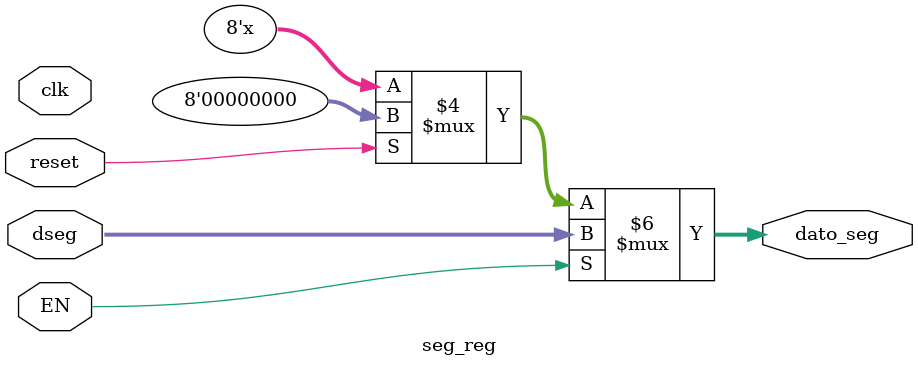
<source format=v>
`timescale 1ns / 1ps
module seg_reg(
input wire clk,reset,
input wire [7:0] dseg,
input wire EN,
output reg [7:0]dato_seg
    );
initial begin 

dato_seg=8'b0;

end

always@* begin     //posiblemente tengamos que cambiar a @*
if (reset)
dato_seg<=0;
if(EN==1)
dato_seg<=dseg;
end
endmodule
 
</source>
